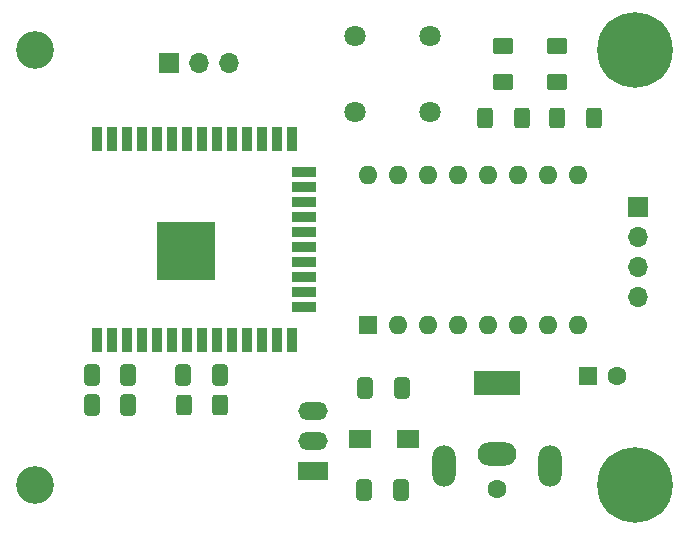
<source format=gts>
%TF.GenerationSoftware,KiCad,Pcbnew,(6.0.1)*%
%TF.CreationDate,2022-02-11T20:29:26+00:00*%
%TF.ProjectId,pcb,7063622e-6b69-4636-9164-5f7063625858,rev?*%
%TF.SameCoordinates,Original*%
%TF.FileFunction,Soldermask,Top*%
%TF.FilePolarity,Negative*%
%FSLAX46Y46*%
G04 Gerber Fmt 4.6, Leading zero omitted, Abs format (unit mm)*
G04 Created by KiCad (PCBNEW (6.0.1)) date 2022-02-11 20:29:26*
%MOMM*%
%LPD*%
G01*
G04 APERTURE LIST*
G04 Aperture macros list*
%AMRoundRect*
0 Rectangle with rounded corners*
0 $1 Rounding radius*
0 $2 $3 $4 $5 $6 $7 $8 $9 X,Y pos of 4 corners*
0 Add a 4 corners polygon primitive as box body*
4,1,4,$2,$3,$4,$5,$6,$7,$8,$9,$2,$3,0*
0 Add four circle primitives for the rounded corners*
1,1,$1+$1,$2,$3*
1,1,$1+$1,$4,$5*
1,1,$1+$1,$6,$7*
1,1,$1+$1,$8,$9*
0 Add four rect primitives between the rounded corners*
20,1,$1+$1,$2,$3,$4,$5,0*
20,1,$1+$1,$4,$5,$6,$7,0*
20,1,$1+$1,$6,$7,$8,$9,0*
20,1,$1+$1,$8,$9,$2,$3,0*%
G04 Aperture macros list end*
%ADD10R,1.600000X1.600000*%
%ADD11O,1.600000X1.600000*%
%ADD12C,3.200000*%
%ADD13C,1.800000*%
%ADD14RoundRect,0.250000X-0.412500X-0.650000X0.412500X-0.650000X0.412500X0.650000X-0.412500X0.650000X0*%
%ADD15R,1.900000X1.500000*%
%ADD16RoundRect,0.250000X-0.400000X-0.625000X0.400000X-0.625000X0.400000X0.625000X-0.400000X0.625000X0*%
%ADD17RoundRect,0.250000X0.412500X0.650000X-0.412500X0.650000X-0.412500X-0.650000X0.412500X-0.650000X0*%
%ADD18O,2.000000X3.500000*%
%ADD19O,3.300000X2.000000*%
%ADD20R,4.000000X2.000000*%
%ADD21C,1.600000*%
%ADD22R,0.900000X2.000000*%
%ADD23R,2.000000X0.900000*%
%ADD24R,5.000000X5.000000*%
%ADD25RoundRect,0.250001X-0.624999X0.462499X-0.624999X-0.462499X0.624999X-0.462499X0.624999X0.462499X0*%
%ADD26R,1.700000X1.700000*%
%ADD27O,1.700000X1.700000*%
%ADD28C,6.400000*%
%ADD29RoundRect,0.250000X0.400000X0.625000X-0.400000X0.625000X-0.400000X-0.625000X0.400000X-0.625000X0*%
%ADD30R,2.500000X1.500000*%
%ADD31O,2.500000X1.500000*%
G04 APERTURE END LIST*
D10*
%TO.C,A1*%
X109474000Y-70856000D03*
D11*
X112014000Y-70856000D03*
X114554000Y-70856000D03*
X117094000Y-70856000D03*
X119634000Y-70856000D03*
X122174000Y-70856000D03*
X124714000Y-70856000D03*
X127254000Y-70856000D03*
X127254000Y-58156000D03*
X124714000Y-58156000D03*
X122174000Y-58156000D03*
X119634000Y-58156000D03*
X117094000Y-58156000D03*
X114554000Y-58156000D03*
X112014000Y-58156000D03*
X109474000Y-58156000D03*
%TD*%
D12*
%TO.C,H3*%
X81280000Y-84445000D03*
%TD*%
D13*
%TO.C,SW1*%
X114681000Y-52819000D03*
X114681000Y-46419000D03*
%TD*%
D14*
%TO.C,C6*%
X112243400Y-84836000D03*
X109118400Y-84836000D03*
%TD*%
D15*
%TO.C,L1*%
X112832500Y-80553400D03*
X108732500Y-80553400D03*
%TD*%
D16*
%TO.C,R2*%
X125450000Y-53340000D03*
X128550000Y-53340000D03*
%TD*%
D17*
%TO.C,C5*%
X112345000Y-76200000D03*
X109220000Y-76200000D03*
%TD*%
D18*
%TO.C,J2*%
X115896000Y-82780000D03*
X124896000Y-82780000D03*
D19*
X120396000Y-81780000D03*
D20*
X120396000Y-75780000D03*
D21*
X120396000Y-84780000D03*
%TD*%
D22*
%TO.C,U1*%
X86505400Y-72092200D03*
X87775400Y-72092200D03*
X89045400Y-72092200D03*
X90315400Y-72092200D03*
X91585400Y-72092200D03*
X92855400Y-72092200D03*
X94125400Y-72092200D03*
X95395400Y-72092200D03*
X96665400Y-72092200D03*
X97935400Y-72092200D03*
X99205400Y-72092200D03*
X100475400Y-72092200D03*
X101745400Y-72092200D03*
X103015400Y-72092200D03*
D23*
X104015400Y-69307200D03*
X104015400Y-68037200D03*
X104015400Y-66767200D03*
X104015400Y-65497200D03*
X104015400Y-64227200D03*
X104015400Y-62957200D03*
X104015400Y-61687200D03*
X104015400Y-60417200D03*
X104015400Y-59147200D03*
X104015400Y-57877200D03*
D22*
X103015400Y-55092200D03*
X101745400Y-55092200D03*
X100475400Y-55092200D03*
X99205400Y-55092200D03*
X97935400Y-55092200D03*
X96665400Y-55092200D03*
X95395400Y-55092200D03*
X94125400Y-55092200D03*
X92855400Y-55092200D03*
X91585400Y-55092200D03*
X90315400Y-55092200D03*
X89045400Y-55092200D03*
X87775400Y-55092200D03*
X86505400Y-55092200D03*
D24*
X94005400Y-64592200D03*
%TD*%
D17*
%TO.C,C3*%
X89167100Y-75107800D03*
X86042100Y-75107800D03*
%TD*%
D25*
%TO.C,D1*%
X125476000Y-47280500D03*
X125476000Y-50255500D03*
%TD*%
D10*
%TO.C,C4*%
X128056000Y-75184000D03*
D21*
X130556000Y-75184000D03*
%TD*%
D25*
%TO.C,D2*%
X120904000Y-47280500D03*
X120904000Y-50255500D03*
%TD*%
D12*
%TO.C,H1*%
X81280000Y-47615000D03*
%TD*%
D26*
%TO.C,J1*%
X92583000Y-48641000D03*
D27*
X95123000Y-48641000D03*
X97663000Y-48641000D03*
%TD*%
D17*
%TO.C,C2*%
X89167100Y-77647800D03*
X86042100Y-77647800D03*
%TD*%
D16*
%TO.C,R3*%
X119354000Y-53340000D03*
X122454000Y-53340000D03*
%TD*%
D28*
%TO.C,H2*%
X132080000Y-47615000D03*
%TD*%
%TO.C,H4*%
X132080000Y-84445000D03*
%TD*%
D29*
%TO.C,R1*%
X96927000Y-77597000D03*
X93827000Y-77597000D03*
%TD*%
D26*
%TO.C,J3*%
X132330300Y-60865900D03*
D27*
X132330300Y-63405900D03*
X132330300Y-65945900D03*
X132330300Y-68485900D03*
%TD*%
D30*
%TO.C,U2*%
X104806500Y-83229900D03*
D31*
X104806500Y-80689900D03*
X104806500Y-78149900D03*
%TD*%
D14*
%TO.C,C1*%
X93814500Y-75057000D03*
X96939500Y-75057000D03*
%TD*%
D13*
%TO.C,SW2*%
X108331000Y-52819000D03*
X108331000Y-46419000D03*
%TD*%
M02*

</source>
